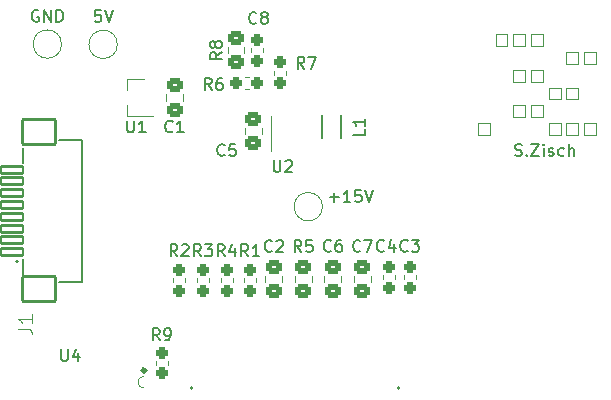
<source format=gto>
G04 #@! TF.GenerationSoftware,KiCad,Pcbnew,(6.0.1-0)*
G04 #@! TF.CreationDate,2022-03-11T23:22:37+01:00*
G04 #@! TF.ProjectId,LidPCB,4c696450-4342-42e6-9b69-6361645f7063,rev?*
G04 #@! TF.SameCoordinates,Original*
G04 #@! TF.FileFunction,Legend,Top*
G04 #@! TF.FilePolarity,Positive*
%FSLAX46Y46*%
G04 Gerber Fmt 4.6, Leading zero omitted, Abs format (unit mm)*
G04 Created by KiCad (PCBNEW (6.0.1-0)) date 2022-03-11 23:22:37*
%MOMM*%
%LPD*%
G01*
G04 APERTURE LIST*
G04 Aperture macros list*
%AMRoundRect*
0 Rectangle with rounded corners*
0 $1 Rounding radius*
0 $2 $3 $4 $5 $6 $7 $8 $9 X,Y pos of 4 corners*
0 Add a 4 corners polygon primitive as box body*
4,1,4,$2,$3,$4,$5,$6,$7,$8,$9,$2,$3,0*
0 Add four circle primitives for the rounded corners*
1,1,$1+$1,$2,$3*
1,1,$1+$1,$4,$5*
1,1,$1+$1,$6,$7*
1,1,$1+$1,$8,$9*
0 Add four rect primitives between the rounded corners*
20,1,$1+$1,$2,$3,$4,$5,0*
20,1,$1+$1,$4,$5,$6,$7,0*
20,1,$1+$1,$6,$7,$8,$9,0*
20,1,$1+$1,$8,$9,$2,$3,0*%
G04 Aperture macros list end*
%ADD10C,0.150000*%
%ADD11C,0.310000*%
%ADD12C,0.200000*%
%ADD13C,0.096520*%
%ADD14C,0.120000*%
%ADD15C,0.050000*%
%ADD16C,0.127000*%
%ADD17C,2.000000*%
%ADD18R,1.000000X1.000000*%
%ADD19RoundRect,0.250000X0.450000X-0.325000X0.450000X0.325000X-0.450000X0.325000X-0.450000X-0.325000X0*%
%ADD20RoundRect,0.250000X-0.450000X0.325000X-0.450000X-0.325000X0.450000X-0.325000X0.450000X0.325000X0*%
%ADD21RoundRect,0.237500X-0.237500X0.287500X-0.237500X-0.287500X0.237500X-0.287500X0.237500X0.287500X0*%
%ADD22R,1.000000X1.200000*%
%ADD23R,1.000000X1.250000*%
%ADD24RoundRect,0.237500X0.237500X-0.287500X0.237500X0.287500X-0.237500X0.287500X-0.237500X-0.287500X0*%
%ADD25R,0.900000X0.800000*%
%ADD26RoundRect,0.101600X0.950000X0.300000X-0.950000X0.300000X-0.950000X-0.300000X0.950000X-0.300000X0*%
%ADD27RoundRect,0.101600X1.400000X-1.050000X1.400000X1.050000X-1.400000X1.050000X-1.400000X-1.050000X0*%
%ADD28R,0.650000X1.560000*%
%ADD29RoundRect,0.237500X-0.287500X-0.237500X0.287500X-0.237500X0.287500X0.237500X-0.287500X0.237500X0*%
%ADD30R,0.350000X2.500000*%
%ADD31R,0.558800X2.126800*%
%ADD32C,3.300000*%
G04 APERTURE END LIST*
D10*
X159426190Y-82804761D02*
X159569047Y-82852380D01*
X159807142Y-82852380D01*
X159902380Y-82804761D01*
X159950000Y-82757142D01*
X159997619Y-82661904D01*
X159997619Y-82566666D01*
X159950000Y-82471428D01*
X159902380Y-82423809D01*
X159807142Y-82376190D01*
X159616666Y-82328571D01*
X159521428Y-82280952D01*
X159473809Y-82233333D01*
X159426190Y-82138095D01*
X159426190Y-82042857D01*
X159473809Y-81947619D01*
X159521428Y-81900000D01*
X159616666Y-81852380D01*
X159854761Y-81852380D01*
X159997619Y-81900000D01*
X160426190Y-82757142D02*
X160473809Y-82804761D01*
X160426190Y-82852380D01*
X160378571Y-82804761D01*
X160426190Y-82757142D01*
X160426190Y-82852380D01*
X160807142Y-81852380D02*
X161473809Y-81852380D01*
X160807142Y-82852380D01*
X161473809Y-82852380D01*
X161854761Y-82852380D02*
X161854761Y-82185714D01*
X161854761Y-81852380D02*
X161807142Y-81900000D01*
X161854761Y-81947619D01*
X161902380Y-81900000D01*
X161854761Y-81852380D01*
X161854761Y-81947619D01*
X162283333Y-82804761D02*
X162378571Y-82852380D01*
X162569047Y-82852380D01*
X162664285Y-82804761D01*
X162711904Y-82709523D01*
X162711904Y-82661904D01*
X162664285Y-82566666D01*
X162569047Y-82519047D01*
X162426190Y-82519047D01*
X162330952Y-82471428D01*
X162283333Y-82376190D01*
X162283333Y-82328571D01*
X162330952Y-82233333D01*
X162426190Y-82185714D01*
X162569047Y-82185714D01*
X162664285Y-82233333D01*
X163569047Y-82804761D02*
X163473809Y-82852380D01*
X163283333Y-82852380D01*
X163188095Y-82804761D01*
X163140476Y-82757142D01*
X163092857Y-82661904D01*
X163092857Y-82376190D01*
X163140476Y-82280952D01*
X163188095Y-82233333D01*
X163283333Y-82185714D01*
X163473809Y-82185714D01*
X163569047Y-82233333D01*
X163997619Y-82852380D02*
X163997619Y-81852380D01*
X164426190Y-82852380D02*
X164426190Y-82328571D01*
X164378571Y-82233333D01*
X164283333Y-82185714D01*
X164140476Y-82185714D01*
X164045238Y-82233333D01*
X163997619Y-82280952D01*
D11*
X128155000Y-101000000D02*
G75*
G03*
X128155000Y-101000000I-155000J0D01*
G01*
D12*
X149650000Y-102500000D02*
G75*
G03*
X149650000Y-102500000I-100000J0D01*
G01*
X132150000Y-102500000D02*
G75*
G03*
X132150000Y-102500000I-100000J0D01*
G01*
D10*
X143718095Y-86361428D02*
X144480000Y-86361428D01*
X144099047Y-86742380D02*
X144099047Y-85980476D01*
X145480000Y-86742380D02*
X144908571Y-86742380D01*
X145194285Y-86742380D02*
X145194285Y-85742380D01*
X145099047Y-85885238D01*
X145003809Y-85980476D01*
X144908571Y-86028095D01*
X146384761Y-85742380D02*
X145908571Y-85742380D01*
X145860952Y-86218571D01*
X145908571Y-86170952D01*
X146003809Y-86123333D01*
X146241904Y-86123333D01*
X146337142Y-86170952D01*
X146384761Y-86218571D01*
X146432380Y-86313809D01*
X146432380Y-86551904D01*
X146384761Y-86647142D01*
X146337142Y-86694761D01*
X146241904Y-86742380D01*
X146003809Y-86742380D01*
X145908571Y-86694761D01*
X145860952Y-86647142D01*
X146718095Y-85742380D02*
X147051428Y-86742380D01*
X147384761Y-85742380D01*
X119063095Y-70525000D02*
X118967857Y-70477380D01*
X118825000Y-70477380D01*
X118682142Y-70525000D01*
X118586904Y-70620238D01*
X118539285Y-70715476D01*
X118491666Y-70905952D01*
X118491666Y-71048809D01*
X118539285Y-71239285D01*
X118586904Y-71334523D01*
X118682142Y-71429761D01*
X118825000Y-71477380D01*
X118920238Y-71477380D01*
X119063095Y-71429761D01*
X119110714Y-71382142D01*
X119110714Y-71048809D01*
X118920238Y-71048809D01*
X119539285Y-71477380D02*
X119539285Y-70477380D01*
X120110714Y-71477380D01*
X120110714Y-70477380D01*
X120586904Y-71477380D02*
X120586904Y-70477380D01*
X120825000Y-70477380D01*
X120967857Y-70525000D01*
X121063095Y-70620238D01*
X121110714Y-70715476D01*
X121158333Y-70905952D01*
X121158333Y-71048809D01*
X121110714Y-71239285D01*
X121063095Y-71334523D01*
X120967857Y-71429761D01*
X120825000Y-71477380D01*
X120586904Y-71477380D01*
X124359523Y-70502380D02*
X123883333Y-70502380D01*
X123835714Y-70978571D01*
X123883333Y-70930952D01*
X123978571Y-70883333D01*
X124216666Y-70883333D01*
X124311904Y-70930952D01*
X124359523Y-70978571D01*
X124407142Y-71073809D01*
X124407142Y-71311904D01*
X124359523Y-71407142D01*
X124311904Y-71454761D01*
X124216666Y-71502380D01*
X123978571Y-71502380D01*
X123883333Y-71454761D01*
X123835714Y-71407142D01*
X124692857Y-70502380D02*
X125026190Y-71502380D01*
X125359523Y-70502380D01*
X130433333Y-80757142D02*
X130385714Y-80804761D01*
X130242857Y-80852380D01*
X130147619Y-80852380D01*
X130004761Y-80804761D01*
X129909523Y-80709523D01*
X129861904Y-80614285D01*
X129814285Y-80423809D01*
X129814285Y-80280952D01*
X129861904Y-80090476D01*
X129909523Y-79995238D01*
X130004761Y-79900000D01*
X130147619Y-79852380D01*
X130242857Y-79852380D01*
X130385714Y-79900000D01*
X130433333Y-79947619D01*
X131385714Y-80852380D02*
X130814285Y-80852380D01*
X131100000Y-80852380D02*
X131100000Y-79852380D01*
X131004761Y-79995238D01*
X130909523Y-80090476D01*
X130814285Y-80138095D01*
X138833333Y-90882142D02*
X138785714Y-90929761D01*
X138642857Y-90977380D01*
X138547619Y-90977380D01*
X138404761Y-90929761D01*
X138309523Y-90834523D01*
X138261904Y-90739285D01*
X138214285Y-90548809D01*
X138214285Y-90405952D01*
X138261904Y-90215476D01*
X138309523Y-90120238D01*
X138404761Y-90025000D01*
X138547619Y-89977380D01*
X138642857Y-89977380D01*
X138785714Y-90025000D01*
X138833333Y-90072619D01*
X139214285Y-90072619D02*
X139261904Y-90025000D01*
X139357142Y-89977380D01*
X139595238Y-89977380D01*
X139690476Y-90025000D01*
X139738095Y-90072619D01*
X139785714Y-90167857D01*
X139785714Y-90263095D01*
X139738095Y-90405952D01*
X139166666Y-90977380D01*
X139785714Y-90977380D01*
X150333333Y-90857142D02*
X150285714Y-90904761D01*
X150142857Y-90952380D01*
X150047619Y-90952380D01*
X149904761Y-90904761D01*
X149809523Y-90809523D01*
X149761904Y-90714285D01*
X149714285Y-90523809D01*
X149714285Y-90380952D01*
X149761904Y-90190476D01*
X149809523Y-90095238D01*
X149904761Y-90000000D01*
X150047619Y-89952380D01*
X150142857Y-89952380D01*
X150285714Y-90000000D01*
X150333333Y-90047619D01*
X150666666Y-89952380D02*
X151285714Y-89952380D01*
X150952380Y-90333333D01*
X151095238Y-90333333D01*
X151190476Y-90380952D01*
X151238095Y-90428571D01*
X151285714Y-90523809D01*
X151285714Y-90761904D01*
X151238095Y-90857142D01*
X151190476Y-90904761D01*
X151095238Y-90952380D01*
X150809523Y-90952380D01*
X150714285Y-90904761D01*
X150666666Y-90857142D01*
X146333333Y-90882142D02*
X146285714Y-90929761D01*
X146142857Y-90977380D01*
X146047619Y-90977380D01*
X145904761Y-90929761D01*
X145809523Y-90834523D01*
X145761904Y-90739285D01*
X145714285Y-90548809D01*
X145714285Y-90405952D01*
X145761904Y-90215476D01*
X145809523Y-90120238D01*
X145904761Y-90025000D01*
X146047619Y-89977380D01*
X146142857Y-89977380D01*
X146285714Y-90025000D01*
X146333333Y-90072619D01*
X146666666Y-89977380D02*
X147333333Y-89977380D01*
X146904761Y-90977380D01*
X146697380Y-80571666D02*
X146697380Y-81047857D01*
X145697380Y-81047857D01*
X146697380Y-79714523D02*
X146697380Y-80285952D01*
X146697380Y-80000238D02*
X145697380Y-80000238D01*
X145840238Y-80095476D01*
X145935476Y-80190714D01*
X145983095Y-80285952D01*
X130833333Y-91327380D02*
X130500000Y-90851190D01*
X130261904Y-91327380D02*
X130261904Y-90327380D01*
X130642857Y-90327380D01*
X130738095Y-90375000D01*
X130785714Y-90422619D01*
X130833333Y-90517857D01*
X130833333Y-90660714D01*
X130785714Y-90755952D01*
X130738095Y-90803571D01*
X130642857Y-90851190D01*
X130261904Y-90851190D01*
X131214285Y-90422619D02*
X131261904Y-90375000D01*
X131357142Y-90327380D01*
X131595238Y-90327380D01*
X131690476Y-90375000D01*
X131738095Y-90422619D01*
X131785714Y-90517857D01*
X131785714Y-90613095D01*
X131738095Y-90755952D01*
X131166666Y-91327380D01*
X131785714Y-91327380D01*
X132833333Y-91327380D02*
X132500000Y-90851190D01*
X132261904Y-91327380D02*
X132261904Y-90327380D01*
X132642857Y-90327380D01*
X132738095Y-90375000D01*
X132785714Y-90422619D01*
X132833333Y-90517857D01*
X132833333Y-90660714D01*
X132785714Y-90755952D01*
X132738095Y-90803571D01*
X132642857Y-90851190D01*
X132261904Y-90851190D01*
X133166666Y-90327380D02*
X133785714Y-90327380D01*
X133452380Y-90708333D01*
X133595238Y-90708333D01*
X133690476Y-90755952D01*
X133738095Y-90803571D01*
X133785714Y-90898809D01*
X133785714Y-91136904D01*
X133738095Y-91232142D01*
X133690476Y-91279761D01*
X133595238Y-91327380D01*
X133309523Y-91327380D01*
X133214285Y-91279761D01*
X133166666Y-91232142D01*
X134833333Y-91327380D02*
X134500000Y-90851190D01*
X134261904Y-91327380D02*
X134261904Y-90327380D01*
X134642857Y-90327380D01*
X134738095Y-90375000D01*
X134785714Y-90422619D01*
X134833333Y-90517857D01*
X134833333Y-90660714D01*
X134785714Y-90755952D01*
X134738095Y-90803571D01*
X134642857Y-90851190D01*
X134261904Y-90851190D01*
X135690476Y-90660714D02*
X135690476Y-91327380D01*
X135452380Y-90279761D02*
X135214285Y-90994047D01*
X135833333Y-90994047D01*
X141333333Y-90977380D02*
X141000000Y-90501190D01*
X140761904Y-90977380D02*
X140761904Y-89977380D01*
X141142857Y-89977380D01*
X141238095Y-90025000D01*
X141285714Y-90072619D01*
X141333333Y-90167857D01*
X141333333Y-90310714D01*
X141285714Y-90405952D01*
X141238095Y-90453571D01*
X141142857Y-90501190D01*
X140761904Y-90501190D01*
X142238095Y-89977380D02*
X141761904Y-89977380D01*
X141714285Y-90453571D01*
X141761904Y-90405952D01*
X141857142Y-90358333D01*
X142095238Y-90358333D01*
X142190476Y-90405952D01*
X142238095Y-90453571D01*
X142285714Y-90548809D01*
X142285714Y-90786904D01*
X142238095Y-90882142D01*
X142190476Y-90929761D01*
X142095238Y-90977380D01*
X141857142Y-90977380D01*
X141761904Y-90929761D01*
X141714285Y-90882142D01*
X141583333Y-75452380D02*
X141250000Y-74976190D01*
X141011904Y-75452380D02*
X141011904Y-74452380D01*
X141392857Y-74452380D01*
X141488095Y-74500000D01*
X141535714Y-74547619D01*
X141583333Y-74642857D01*
X141583333Y-74785714D01*
X141535714Y-74880952D01*
X141488095Y-74928571D01*
X141392857Y-74976190D01*
X141011904Y-74976190D01*
X141916666Y-74452380D02*
X142583333Y-74452380D01*
X142154761Y-75452380D01*
X126588095Y-79852380D02*
X126588095Y-80661904D01*
X126635714Y-80757142D01*
X126683333Y-80804761D01*
X126778571Y-80852380D01*
X126969047Y-80852380D01*
X127064285Y-80804761D01*
X127111904Y-80757142D01*
X127159523Y-80661904D01*
X127159523Y-79852380D01*
X128159523Y-80852380D02*
X127588095Y-80852380D01*
X127873809Y-80852380D02*
X127873809Y-79852380D01*
X127778571Y-79995238D01*
X127683333Y-80090476D01*
X127588095Y-80138095D01*
D13*
X117311047Y-97474047D02*
X118172833Y-97474047D01*
X118345190Y-97531499D01*
X118460095Y-97646404D01*
X118517547Y-97818761D01*
X118517547Y-97933666D01*
X118517547Y-96267547D02*
X118517547Y-96956976D01*
X118517547Y-96612261D02*
X117311047Y-96612261D01*
X117483404Y-96727166D01*
X117598309Y-96842071D01*
X117655761Y-96956976D01*
D10*
X129333333Y-98452380D02*
X129000000Y-97976190D01*
X128761904Y-98452380D02*
X128761904Y-97452380D01*
X129142857Y-97452380D01*
X129238095Y-97500000D01*
X129285714Y-97547619D01*
X129333333Y-97642857D01*
X129333333Y-97785714D01*
X129285714Y-97880952D01*
X129238095Y-97928571D01*
X129142857Y-97976190D01*
X128761904Y-97976190D01*
X129809523Y-98452380D02*
X130000000Y-98452380D01*
X130095238Y-98404761D01*
X130142857Y-98357142D01*
X130238095Y-98214285D01*
X130285714Y-98023809D01*
X130285714Y-97642857D01*
X130238095Y-97547619D01*
X130190476Y-97500000D01*
X130095238Y-97452380D01*
X129904761Y-97452380D01*
X129809523Y-97500000D01*
X129761904Y-97547619D01*
X129714285Y-97642857D01*
X129714285Y-97880952D01*
X129761904Y-97976190D01*
X129809523Y-98023809D01*
X129904761Y-98071428D01*
X130095238Y-98071428D01*
X130190476Y-98023809D01*
X130238095Y-97976190D01*
X130285714Y-97880952D01*
X138988095Y-83202380D02*
X138988095Y-84011904D01*
X139035714Y-84107142D01*
X139083333Y-84154761D01*
X139178571Y-84202380D01*
X139369047Y-84202380D01*
X139464285Y-84154761D01*
X139511904Y-84107142D01*
X139559523Y-84011904D01*
X139559523Y-83202380D01*
X139988095Y-83297619D02*
X140035714Y-83250000D01*
X140130952Y-83202380D01*
X140369047Y-83202380D01*
X140464285Y-83250000D01*
X140511904Y-83297619D01*
X140559523Y-83392857D01*
X140559523Y-83488095D01*
X140511904Y-83630952D01*
X139940476Y-84202380D01*
X140559523Y-84202380D01*
X133733333Y-77252380D02*
X133400000Y-76776190D01*
X133161904Y-77252380D02*
X133161904Y-76252380D01*
X133542857Y-76252380D01*
X133638095Y-76300000D01*
X133685714Y-76347619D01*
X133733333Y-76442857D01*
X133733333Y-76585714D01*
X133685714Y-76680952D01*
X133638095Y-76728571D01*
X133542857Y-76776190D01*
X133161904Y-76776190D01*
X134590476Y-76252380D02*
X134400000Y-76252380D01*
X134304761Y-76300000D01*
X134257142Y-76347619D01*
X134161904Y-76490476D01*
X134114285Y-76680952D01*
X134114285Y-77061904D01*
X134161904Y-77157142D01*
X134209523Y-77204761D01*
X134304761Y-77252380D01*
X134495238Y-77252380D01*
X134590476Y-77204761D01*
X134638095Y-77157142D01*
X134685714Y-77061904D01*
X134685714Y-76823809D01*
X134638095Y-76728571D01*
X134590476Y-76680952D01*
X134495238Y-76633333D01*
X134304761Y-76633333D01*
X134209523Y-76680952D01*
X134161904Y-76728571D01*
X134114285Y-76823809D01*
X134833333Y-82757142D02*
X134785714Y-82804761D01*
X134642857Y-82852380D01*
X134547619Y-82852380D01*
X134404761Y-82804761D01*
X134309523Y-82709523D01*
X134261904Y-82614285D01*
X134214285Y-82423809D01*
X134214285Y-82280952D01*
X134261904Y-82090476D01*
X134309523Y-81995238D01*
X134404761Y-81900000D01*
X134547619Y-81852380D01*
X134642857Y-81852380D01*
X134785714Y-81900000D01*
X134833333Y-81947619D01*
X135738095Y-81852380D02*
X135261904Y-81852380D01*
X135214285Y-82328571D01*
X135261904Y-82280952D01*
X135357142Y-82233333D01*
X135595238Y-82233333D01*
X135690476Y-82280952D01*
X135738095Y-82328571D01*
X135785714Y-82423809D01*
X135785714Y-82661904D01*
X135738095Y-82757142D01*
X135690476Y-82804761D01*
X135595238Y-82852380D01*
X135357142Y-82852380D01*
X135261904Y-82804761D01*
X135214285Y-82757142D01*
X137533333Y-71557142D02*
X137485714Y-71604761D01*
X137342857Y-71652380D01*
X137247619Y-71652380D01*
X137104761Y-71604761D01*
X137009523Y-71509523D01*
X136961904Y-71414285D01*
X136914285Y-71223809D01*
X136914285Y-71080952D01*
X136961904Y-70890476D01*
X137009523Y-70795238D01*
X137104761Y-70700000D01*
X137247619Y-70652380D01*
X137342857Y-70652380D01*
X137485714Y-70700000D01*
X137533333Y-70747619D01*
X138104761Y-71080952D02*
X138009523Y-71033333D01*
X137961904Y-70985714D01*
X137914285Y-70890476D01*
X137914285Y-70842857D01*
X137961904Y-70747619D01*
X138009523Y-70700000D01*
X138104761Y-70652380D01*
X138295238Y-70652380D01*
X138390476Y-70700000D01*
X138438095Y-70747619D01*
X138485714Y-70842857D01*
X138485714Y-70890476D01*
X138438095Y-70985714D01*
X138390476Y-71033333D01*
X138295238Y-71080952D01*
X138104761Y-71080952D01*
X138009523Y-71128571D01*
X137961904Y-71176190D01*
X137914285Y-71271428D01*
X137914285Y-71461904D01*
X137961904Y-71557142D01*
X138009523Y-71604761D01*
X138104761Y-71652380D01*
X138295238Y-71652380D01*
X138390476Y-71604761D01*
X138438095Y-71557142D01*
X138485714Y-71461904D01*
X138485714Y-71271428D01*
X138438095Y-71176190D01*
X138390476Y-71128571D01*
X138295238Y-71080952D01*
X134602380Y-74066666D02*
X134126190Y-74400000D01*
X134602380Y-74638095D02*
X133602380Y-74638095D01*
X133602380Y-74257142D01*
X133650000Y-74161904D01*
X133697619Y-74114285D01*
X133792857Y-74066666D01*
X133935714Y-74066666D01*
X134030952Y-74114285D01*
X134078571Y-74161904D01*
X134126190Y-74257142D01*
X134126190Y-74638095D01*
X134030952Y-73495238D02*
X133983333Y-73590476D01*
X133935714Y-73638095D01*
X133840476Y-73685714D01*
X133792857Y-73685714D01*
X133697619Y-73638095D01*
X133650000Y-73590476D01*
X133602380Y-73495238D01*
X133602380Y-73304761D01*
X133650000Y-73209523D01*
X133697619Y-73161904D01*
X133792857Y-73114285D01*
X133840476Y-73114285D01*
X133935714Y-73161904D01*
X133983333Y-73209523D01*
X134030952Y-73304761D01*
X134030952Y-73495238D01*
X134078571Y-73590476D01*
X134126190Y-73638095D01*
X134221428Y-73685714D01*
X134411904Y-73685714D01*
X134507142Y-73638095D01*
X134554761Y-73590476D01*
X134602380Y-73495238D01*
X134602380Y-73304761D01*
X134554761Y-73209523D01*
X134507142Y-73161904D01*
X134411904Y-73114285D01*
X134221428Y-73114285D01*
X134126190Y-73161904D01*
X134078571Y-73209523D01*
X134030952Y-73304761D01*
X148333333Y-90857142D02*
X148285714Y-90904761D01*
X148142857Y-90952380D01*
X148047619Y-90952380D01*
X147904761Y-90904761D01*
X147809523Y-90809523D01*
X147761904Y-90714285D01*
X147714285Y-90523809D01*
X147714285Y-90380952D01*
X147761904Y-90190476D01*
X147809523Y-90095238D01*
X147904761Y-90000000D01*
X148047619Y-89952380D01*
X148142857Y-89952380D01*
X148285714Y-90000000D01*
X148333333Y-90047619D01*
X149190476Y-90285714D02*
X149190476Y-90952380D01*
X148952380Y-89904761D02*
X148714285Y-90619047D01*
X149333333Y-90619047D01*
X136833333Y-91327380D02*
X136500000Y-90851190D01*
X136261904Y-91327380D02*
X136261904Y-90327380D01*
X136642857Y-90327380D01*
X136738095Y-90375000D01*
X136785714Y-90422619D01*
X136833333Y-90517857D01*
X136833333Y-90660714D01*
X136785714Y-90755952D01*
X136738095Y-90803571D01*
X136642857Y-90851190D01*
X136261904Y-90851190D01*
X137785714Y-91327380D02*
X137214285Y-91327380D01*
X137500000Y-91327380D02*
X137500000Y-90327380D01*
X137404761Y-90470238D01*
X137309523Y-90565476D01*
X137214285Y-90613095D01*
X120988095Y-99202380D02*
X120988095Y-100011904D01*
X121035714Y-100107142D01*
X121083333Y-100154761D01*
X121178571Y-100202380D01*
X121369047Y-100202380D01*
X121464285Y-100154761D01*
X121511904Y-100107142D01*
X121559523Y-100011904D01*
X121559523Y-99202380D01*
X122464285Y-99535714D02*
X122464285Y-100202380D01*
X122226190Y-99154761D02*
X121988095Y-99869047D01*
X122607142Y-99869047D01*
X143833333Y-90857142D02*
X143785714Y-90904761D01*
X143642857Y-90952380D01*
X143547619Y-90952380D01*
X143404761Y-90904761D01*
X143309523Y-90809523D01*
X143261904Y-90714285D01*
X143214285Y-90523809D01*
X143214285Y-90380952D01*
X143261904Y-90190476D01*
X143309523Y-90095238D01*
X143404761Y-90000000D01*
X143547619Y-89952380D01*
X143642857Y-89952380D01*
X143785714Y-90000000D01*
X143833333Y-90047619D01*
X144690476Y-89952380D02*
X144500000Y-89952380D01*
X144404761Y-90000000D01*
X144357142Y-90047619D01*
X144261904Y-90190476D01*
X144214285Y-90380952D01*
X144214285Y-90761904D01*
X144261904Y-90857142D01*
X144309523Y-90904761D01*
X144404761Y-90952380D01*
X144595238Y-90952380D01*
X144690476Y-90904761D01*
X144738095Y-90857142D01*
X144785714Y-90761904D01*
X144785714Y-90523809D01*
X144738095Y-90428571D01*
X144690476Y-90380952D01*
X144595238Y-90333333D01*
X144404761Y-90333333D01*
X144309523Y-90380952D01*
X144261904Y-90428571D01*
X144214285Y-90523809D01*
D14*
X143120000Y-87140000D02*
G75*
G03*
X143120000Y-87140000I-1200000J0D01*
G01*
X121025000Y-73375000D02*
G75*
G03*
X121025000Y-73375000I-1200000J0D01*
G01*
X125750000Y-73400000D02*
G75*
G03*
X125750000Y-73400000I-1200000J0D01*
G01*
D15*
X162275000Y-80050000D02*
X163275000Y-80050000D01*
X163275000Y-80050000D02*
X163275000Y-81050000D01*
X163275000Y-81050000D02*
X162275000Y-81050000D01*
X162275000Y-81050000D02*
X162275000Y-80050000D01*
X159275000Y-75550000D02*
X160275000Y-75550000D01*
X160275000Y-75550000D02*
X160275000Y-76550000D01*
X160275000Y-76550000D02*
X159275000Y-76550000D01*
X159275000Y-76550000D02*
X159275000Y-75550000D01*
X159275000Y-72550000D02*
X160275000Y-72550000D01*
X160275000Y-72550000D02*
X160275000Y-73550000D01*
X160275000Y-73550000D02*
X159275000Y-73550000D01*
X159275000Y-73550000D02*
X159275000Y-72550000D01*
X163775000Y-74050000D02*
X164775000Y-74050000D01*
X164775000Y-74050000D02*
X164775000Y-75050000D01*
X164775000Y-75050000D02*
X163775000Y-75050000D01*
X163775000Y-75050000D02*
X163775000Y-74050000D01*
X159275000Y-78550000D02*
X160275000Y-78550000D01*
X160275000Y-78550000D02*
X160275000Y-79550000D01*
X160275000Y-79550000D02*
X159275000Y-79550000D01*
X159275000Y-79550000D02*
X159275000Y-78550000D01*
X160775000Y-78550000D02*
X161775000Y-78550000D01*
X161775000Y-78550000D02*
X161775000Y-79550000D01*
X161775000Y-79550000D02*
X160775000Y-79550000D01*
X160775000Y-79550000D02*
X160775000Y-78550000D01*
X165275000Y-80050000D02*
X166275000Y-80050000D01*
X166275000Y-80050000D02*
X166275000Y-81050000D01*
X166275000Y-81050000D02*
X165275000Y-81050000D01*
X165275000Y-81050000D02*
X165275000Y-80050000D01*
X163775000Y-77050000D02*
X164775000Y-77050000D01*
X164775000Y-77050000D02*
X164775000Y-78050000D01*
X164775000Y-78050000D02*
X163775000Y-78050000D01*
X163775000Y-78050000D02*
X163775000Y-77050000D01*
X157775000Y-72550000D02*
X158775000Y-72550000D01*
X158775000Y-72550000D02*
X158775000Y-73550000D01*
X158775000Y-73550000D02*
X157775000Y-73550000D01*
X157775000Y-73550000D02*
X157775000Y-72550000D01*
X162275000Y-77050000D02*
X163275000Y-77050000D01*
X163275000Y-77050000D02*
X163275000Y-78050000D01*
X163275000Y-78050000D02*
X162275000Y-78050000D01*
X162275000Y-78050000D02*
X162275000Y-77050000D01*
X163775000Y-80050000D02*
X164775000Y-80050000D01*
X164775000Y-80050000D02*
X164775000Y-81050000D01*
X164775000Y-81050000D02*
X163775000Y-81050000D01*
X163775000Y-81050000D02*
X163775000Y-80050000D01*
X160775000Y-75550000D02*
X161775000Y-75550000D01*
X161775000Y-75550000D02*
X161775000Y-76550000D01*
X161775000Y-76550000D02*
X160775000Y-76550000D01*
X160775000Y-76550000D02*
X160775000Y-75550000D01*
X156275000Y-80050000D02*
X157275000Y-80050000D01*
X157275000Y-80050000D02*
X157275000Y-81050000D01*
X157275000Y-81050000D02*
X156275000Y-81050000D01*
X156275000Y-81050000D02*
X156275000Y-80050000D01*
X165275000Y-74050000D02*
X166275000Y-74050000D01*
X166275000Y-74050000D02*
X166275000Y-75050000D01*
X166275000Y-75050000D02*
X165275000Y-75050000D01*
X165275000Y-75050000D02*
X165275000Y-74050000D01*
X160775000Y-72550000D02*
X161775000Y-72550000D01*
X161775000Y-72550000D02*
X161775000Y-73550000D01*
X161775000Y-73550000D02*
X160775000Y-73550000D01*
X160775000Y-73550000D02*
X160775000Y-72550000D01*
D14*
X129890000Y-78161252D02*
X129890000Y-77638748D01*
X131310000Y-78161252D02*
X131310000Y-77638748D01*
X138290000Y-93013748D02*
X138290000Y-93536252D01*
X139710000Y-93013748D02*
X139710000Y-93536252D01*
X151010000Y-92953733D02*
X151010000Y-93296267D01*
X149990000Y-92953733D02*
X149990000Y-93296267D01*
X145790000Y-93536252D02*
X145790000Y-93013748D01*
X147210000Y-93536252D02*
X147210000Y-93013748D01*
D16*
X144700000Y-79350000D02*
X144700000Y-81350000D01*
X143100000Y-81350000D02*
X143100000Y-79350000D01*
D14*
X130490000Y-93203733D02*
X130490000Y-93546267D01*
X131510000Y-93203733D02*
X131510000Y-93546267D01*
X133510000Y-93203733D02*
X133510000Y-93546267D01*
X132490000Y-93203733D02*
X132490000Y-93546267D01*
X135510000Y-93203733D02*
X135510000Y-93546267D01*
X134490000Y-93203733D02*
X134490000Y-93546267D01*
X140790000Y-93536252D02*
X140790000Y-93013748D01*
X142210000Y-93536252D02*
X142210000Y-93013748D01*
X140010000Y-75971267D02*
X140010000Y-75628733D01*
X138990000Y-75971267D02*
X138990000Y-75628733D01*
X126590000Y-79480000D02*
X126590000Y-78550000D01*
X126590000Y-76320000D02*
X128050000Y-76320000D01*
X126590000Y-79480000D02*
X128750000Y-79480000D01*
X126590000Y-76320000D02*
X126590000Y-77250000D01*
D12*
X117750000Y-83400000D02*
X117750000Y-82200000D01*
X122750000Y-93500000D02*
X122750000Y-81500000D01*
X122750000Y-81500000D02*
X120850000Y-81500000D01*
X120850000Y-93500000D02*
X122750000Y-93500000D01*
X117750000Y-92800000D02*
X117750000Y-91600000D01*
X117350000Y-91800000D02*
G75*
G03*
X117350000Y-91800000I-100000J0D01*
G01*
D14*
X130010000Y-100546267D02*
X130010000Y-100203733D01*
X128990000Y-100546267D02*
X128990000Y-100203733D01*
X138790000Y-79450000D02*
X138790000Y-82400000D01*
X136528733Y-76190000D02*
X136871267Y-76190000D01*
X136528733Y-77210000D02*
X136871267Y-77210000D01*
X136540000Y-81011252D02*
X136540000Y-80488748D01*
X137960000Y-81011252D02*
X137960000Y-80488748D01*
X137090000Y-73728733D02*
X137090000Y-74071267D01*
X138110000Y-73728733D02*
X138110000Y-74071267D01*
X135090000Y-74161252D02*
X135090000Y-73638748D01*
X136510000Y-74161252D02*
X136510000Y-73638748D01*
X149260000Y-92953733D02*
X149260000Y-93296267D01*
X148240000Y-92953733D02*
X148240000Y-93296267D01*
X137510000Y-93203733D02*
X137510000Y-93546267D01*
X136490000Y-93203733D02*
X136490000Y-93546267D01*
X128000000Y-101500000D02*
G75*
G03*
X128000000Y-102500000I0J-500000D01*
G01*
X143290000Y-93536252D02*
X143290000Y-93013748D01*
X144710000Y-93536252D02*
X144710000Y-93013748D01*
%LPC*%
D17*
X141920000Y-87140000D03*
X119825000Y-73375000D03*
X124550000Y-73400000D03*
D18*
X156775000Y-73050000D03*
X162775000Y-73050000D03*
X164275000Y-73050000D03*
X165775000Y-73050000D03*
X156775000Y-74550000D03*
X158275000Y-74550000D03*
X159775000Y-74550000D03*
X161275000Y-74550000D03*
X162775000Y-74550000D03*
X156775000Y-76050000D03*
X158275000Y-76050000D03*
X162775000Y-76050000D03*
X164275000Y-76050000D03*
X165775000Y-76050000D03*
X156775000Y-77550000D03*
X158275000Y-77550000D03*
X159775000Y-77550000D03*
X161275000Y-77550000D03*
X165775000Y-77550000D03*
X156775000Y-79050000D03*
X158275000Y-79050000D03*
X162775000Y-79050000D03*
X164275000Y-79050000D03*
X165775000Y-79050000D03*
X158275000Y-80550000D03*
X159775000Y-80550000D03*
X161275000Y-80550000D03*
D19*
X130600000Y-78925000D03*
X130600000Y-76875000D03*
D20*
X139000000Y-92250000D03*
X139000000Y-94300000D03*
D21*
X150500000Y-92250000D03*
X150500000Y-94000000D03*
D19*
X146500000Y-94300000D03*
X146500000Y-92250000D03*
D22*
X143900000Y-79350000D03*
D23*
X143900000Y-81375000D03*
D21*
X131000000Y-92500000D03*
X131000000Y-94250000D03*
X133000000Y-92500000D03*
X133000000Y-94250000D03*
X135000000Y-92500000D03*
X135000000Y-94250000D03*
D19*
X141500000Y-94300000D03*
X141500000Y-92250000D03*
D24*
X139500000Y-76675000D03*
X139500000Y-74925000D03*
D25*
X128350000Y-78850000D03*
X128350000Y-76950000D03*
X126350000Y-77900000D03*
D26*
X116800000Y-91000000D03*
X116800000Y-90000000D03*
X116800000Y-89000000D03*
X116800000Y-88000000D03*
X116800000Y-87000000D03*
X116800000Y-86000000D03*
X116800000Y-85000000D03*
X116800000Y-84000000D03*
D27*
X119150000Y-94150000D03*
X119150000Y-80850000D03*
D24*
X129500000Y-101250000D03*
X129500000Y-99500000D03*
D28*
X139450000Y-81700000D03*
X140400000Y-81700000D03*
X141350000Y-81700000D03*
X141350000Y-79000000D03*
X140400000Y-79000000D03*
X139450000Y-79000000D03*
D29*
X135825000Y-76700000D03*
X137575000Y-76700000D03*
D19*
X137250000Y-81775000D03*
X137250000Y-79725000D03*
D21*
X137600000Y-73025000D03*
X137600000Y-74775000D03*
D19*
X135800000Y-74925000D03*
X135800000Y-72875000D03*
D30*
X148650000Y-99450000D03*
X148000000Y-99450000D03*
X147350000Y-99450000D03*
X146700000Y-99450000D03*
X146050000Y-99450000D03*
X145400000Y-99450000D03*
X144750000Y-99450000D03*
X144100000Y-99450000D03*
X143450000Y-99450000D03*
X142800000Y-99450000D03*
X142150000Y-99450000D03*
X141500000Y-99450000D03*
X140850000Y-99450000D03*
X140200000Y-99450000D03*
X139550000Y-99450000D03*
X138900000Y-99450000D03*
X138250000Y-99450000D03*
X137600000Y-99450000D03*
X136950000Y-99450000D03*
X136300000Y-99450000D03*
X135650000Y-99450000D03*
X135000000Y-99450000D03*
X134350000Y-99450000D03*
X133700000Y-99450000D03*
X133050000Y-99450000D03*
D21*
X148750000Y-92250000D03*
X148750000Y-94000000D03*
X137000000Y-92500000D03*
X137000000Y-94250000D03*
D31*
X127405000Y-99463400D03*
X126135000Y-99450000D03*
X124865000Y-99450000D03*
X123595000Y-99450000D03*
X123595000Y-104550000D03*
X124865000Y-104550000D03*
X126135000Y-104550000D03*
X127405000Y-104550000D03*
D32*
X121570000Y-65050000D03*
X140870000Y-117350000D03*
X160360000Y-65040000D03*
D19*
X144000000Y-94300000D03*
X144000000Y-92250000D03*
M02*

</source>
